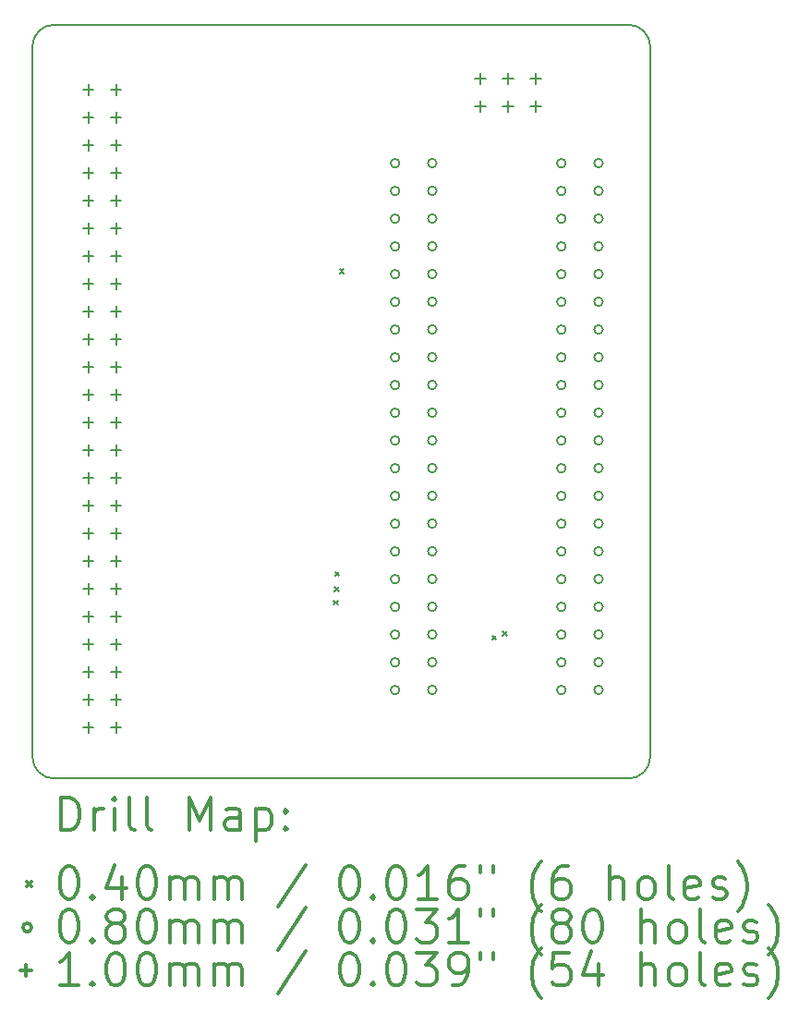
<source format=gbr>
%FSLAX45Y45*%
G04 Gerber Fmt 4.5, Leading zero omitted, Abs format (unit mm)*
G04 Created by KiCad (PCBNEW 4.0.7) date 07/31/18 13:50:23*
%MOMM*%
%LPD*%
G01*
G04 APERTURE LIST*
%ADD10C,0.127000*%
%ADD11C,0.150000*%
%ADD12C,0.200000*%
%ADD13C,0.300000*%
G04 APERTURE END LIST*
D10*
D11*
X4632000Y-13455000D02*
G75*
G03X4832000Y-13655000I200000J0D01*
G01*
X10095000Y-13655000D02*
G75*
G03X10295000Y-13455000I0J200000D01*
G01*
X10295000Y-6948000D02*
G75*
G03X10095000Y-6748000I-200000J0D01*
G01*
X4832000Y-6748000D02*
G75*
G03X4632000Y-6948000I0J-200000D01*
G01*
X4632000Y-13455000D02*
X4632000Y-6948000D01*
X10095000Y-13655000D02*
X4832000Y-13655000D01*
X10295000Y-6948000D02*
X10295000Y-13455000D01*
X4832000Y-6748000D02*
X10095000Y-6748000D01*
D12*
X7393000Y-12022000D02*
X7433000Y-12062000D01*
X7433000Y-12022000D02*
X7393000Y-12062000D01*
X7399000Y-11898000D02*
X7439000Y-11938000D01*
X7439000Y-11898000D02*
X7399000Y-11938000D01*
X7405000Y-11760000D02*
X7445000Y-11800000D01*
X7445000Y-11760000D02*
X7405000Y-11800000D01*
X7448000Y-8987000D02*
X7488000Y-9027000D01*
X7488000Y-8987000D02*
X7448000Y-9027000D01*
X8844000Y-12345000D02*
X8884000Y-12385000D01*
X8884000Y-12345000D02*
X8844000Y-12385000D01*
X8943000Y-12308000D02*
X8983000Y-12348000D01*
X8983000Y-12308000D02*
X8943000Y-12348000D01*
X7996000Y-8017000D02*
G75*
G03X7996000Y-8017000I-40000J0D01*
G01*
X7996000Y-8271000D02*
G75*
G03X7996000Y-8271000I-40000J0D01*
G01*
X7996000Y-8525000D02*
G75*
G03X7996000Y-8525000I-40000J0D01*
G01*
X7996000Y-8779000D02*
G75*
G03X7996000Y-8779000I-40000J0D01*
G01*
X7996000Y-9033000D02*
G75*
G03X7996000Y-9033000I-40000J0D01*
G01*
X7996000Y-9287000D02*
G75*
G03X7996000Y-9287000I-40000J0D01*
G01*
X7996000Y-9541000D02*
G75*
G03X7996000Y-9541000I-40000J0D01*
G01*
X7996000Y-9795000D02*
G75*
G03X7996000Y-9795000I-40000J0D01*
G01*
X7996000Y-10049000D02*
G75*
G03X7996000Y-10049000I-40000J0D01*
G01*
X7996000Y-10303000D02*
G75*
G03X7996000Y-10303000I-40000J0D01*
G01*
X7996000Y-10557000D02*
G75*
G03X7996000Y-10557000I-40000J0D01*
G01*
X7996000Y-10811000D02*
G75*
G03X7996000Y-10811000I-40000J0D01*
G01*
X7996000Y-11065000D02*
G75*
G03X7996000Y-11065000I-40000J0D01*
G01*
X7996000Y-11319000D02*
G75*
G03X7996000Y-11319000I-40000J0D01*
G01*
X7996000Y-11573000D02*
G75*
G03X7996000Y-11573000I-40000J0D01*
G01*
X7996000Y-11827000D02*
G75*
G03X7996000Y-11827000I-40000J0D01*
G01*
X7996000Y-12081000D02*
G75*
G03X7996000Y-12081000I-40000J0D01*
G01*
X7996000Y-12335000D02*
G75*
G03X7996000Y-12335000I-40000J0D01*
G01*
X7996000Y-12589000D02*
G75*
G03X7996000Y-12589000I-40000J0D01*
G01*
X7996000Y-12843000D02*
G75*
G03X7996000Y-12843000I-40000J0D01*
G01*
X8337000Y-8017000D02*
G75*
G03X8337000Y-8017000I-40000J0D01*
G01*
X8337000Y-8271000D02*
G75*
G03X8337000Y-8271000I-40000J0D01*
G01*
X8337000Y-8525000D02*
G75*
G03X8337000Y-8525000I-40000J0D01*
G01*
X8337000Y-8779000D02*
G75*
G03X8337000Y-8779000I-40000J0D01*
G01*
X8337000Y-9033000D02*
G75*
G03X8337000Y-9033000I-40000J0D01*
G01*
X8337000Y-9287000D02*
G75*
G03X8337000Y-9287000I-40000J0D01*
G01*
X8337000Y-9541000D02*
G75*
G03X8337000Y-9541000I-40000J0D01*
G01*
X8337000Y-9795000D02*
G75*
G03X8337000Y-9795000I-40000J0D01*
G01*
X8337000Y-10049000D02*
G75*
G03X8337000Y-10049000I-40000J0D01*
G01*
X8337000Y-10303000D02*
G75*
G03X8337000Y-10303000I-40000J0D01*
G01*
X8337000Y-10557000D02*
G75*
G03X8337000Y-10557000I-40000J0D01*
G01*
X8337000Y-10811000D02*
G75*
G03X8337000Y-10811000I-40000J0D01*
G01*
X8337000Y-11065000D02*
G75*
G03X8337000Y-11065000I-40000J0D01*
G01*
X8337000Y-11319000D02*
G75*
G03X8337000Y-11319000I-40000J0D01*
G01*
X8337000Y-11573000D02*
G75*
G03X8337000Y-11573000I-40000J0D01*
G01*
X8337000Y-11827000D02*
G75*
G03X8337000Y-11827000I-40000J0D01*
G01*
X8337000Y-12081000D02*
G75*
G03X8337000Y-12081000I-40000J0D01*
G01*
X8337000Y-12335000D02*
G75*
G03X8337000Y-12335000I-40000J0D01*
G01*
X8337000Y-12589000D02*
G75*
G03X8337000Y-12589000I-40000J0D01*
G01*
X8337000Y-12843000D02*
G75*
G03X8337000Y-12843000I-40000J0D01*
G01*
X9520000Y-8017000D02*
G75*
G03X9520000Y-8017000I-40000J0D01*
G01*
X9520000Y-8271000D02*
G75*
G03X9520000Y-8271000I-40000J0D01*
G01*
X9520000Y-8525000D02*
G75*
G03X9520000Y-8525000I-40000J0D01*
G01*
X9520000Y-8779000D02*
G75*
G03X9520000Y-8779000I-40000J0D01*
G01*
X9520000Y-9033000D02*
G75*
G03X9520000Y-9033000I-40000J0D01*
G01*
X9520000Y-9287000D02*
G75*
G03X9520000Y-9287000I-40000J0D01*
G01*
X9520000Y-9541000D02*
G75*
G03X9520000Y-9541000I-40000J0D01*
G01*
X9520000Y-9795000D02*
G75*
G03X9520000Y-9795000I-40000J0D01*
G01*
X9520000Y-10049000D02*
G75*
G03X9520000Y-10049000I-40000J0D01*
G01*
X9520000Y-10303000D02*
G75*
G03X9520000Y-10303000I-40000J0D01*
G01*
X9520000Y-10557000D02*
G75*
G03X9520000Y-10557000I-40000J0D01*
G01*
X9520000Y-10811000D02*
G75*
G03X9520000Y-10811000I-40000J0D01*
G01*
X9520000Y-11065000D02*
G75*
G03X9520000Y-11065000I-40000J0D01*
G01*
X9520000Y-11319000D02*
G75*
G03X9520000Y-11319000I-40000J0D01*
G01*
X9520000Y-11573000D02*
G75*
G03X9520000Y-11573000I-40000J0D01*
G01*
X9520000Y-11827000D02*
G75*
G03X9520000Y-11827000I-40000J0D01*
G01*
X9520000Y-12081000D02*
G75*
G03X9520000Y-12081000I-40000J0D01*
G01*
X9520000Y-12335000D02*
G75*
G03X9520000Y-12335000I-40000J0D01*
G01*
X9520000Y-12589000D02*
G75*
G03X9520000Y-12589000I-40000J0D01*
G01*
X9520000Y-12843000D02*
G75*
G03X9520000Y-12843000I-40000J0D01*
G01*
X9861000Y-8017000D02*
G75*
G03X9861000Y-8017000I-40000J0D01*
G01*
X9861000Y-8271000D02*
G75*
G03X9861000Y-8271000I-40000J0D01*
G01*
X9861000Y-8525000D02*
G75*
G03X9861000Y-8525000I-40000J0D01*
G01*
X9861000Y-8779000D02*
G75*
G03X9861000Y-8779000I-40000J0D01*
G01*
X9861000Y-9033000D02*
G75*
G03X9861000Y-9033000I-40000J0D01*
G01*
X9861000Y-9287000D02*
G75*
G03X9861000Y-9287000I-40000J0D01*
G01*
X9861000Y-9541000D02*
G75*
G03X9861000Y-9541000I-40000J0D01*
G01*
X9861000Y-9795000D02*
G75*
G03X9861000Y-9795000I-40000J0D01*
G01*
X9861000Y-10049000D02*
G75*
G03X9861000Y-10049000I-40000J0D01*
G01*
X9861000Y-10303000D02*
G75*
G03X9861000Y-10303000I-40000J0D01*
G01*
X9861000Y-10557000D02*
G75*
G03X9861000Y-10557000I-40000J0D01*
G01*
X9861000Y-10811000D02*
G75*
G03X9861000Y-10811000I-40000J0D01*
G01*
X9861000Y-11065000D02*
G75*
G03X9861000Y-11065000I-40000J0D01*
G01*
X9861000Y-11319000D02*
G75*
G03X9861000Y-11319000I-40000J0D01*
G01*
X9861000Y-11573000D02*
G75*
G03X9861000Y-11573000I-40000J0D01*
G01*
X9861000Y-11827000D02*
G75*
G03X9861000Y-11827000I-40000J0D01*
G01*
X9861000Y-12081000D02*
G75*
G03X9861000Y-12081000I-40000J0D01*
G01*
X9861000Y-12335000D02*
G75*
G03X9861000Y-12335000I-40000J0D01*
G01*
X9861000Y-12589000D02*
G75*
G03X9861000Y-12589000I-40000J0D01*
G01*
X9861000Y-12843000D02*
G75*
G03X9861000Y-12843000I-40000J0D01*
G01*
X5144000Y-7291000D02*
X5144000Y-7391000D01*
X5094000Y-7341000D02*
X5194000Y-7341000D01*
X5144000Y-7545000D02*
X5144000Y-7645000D01*
X5094000Y-7595000D02*
X5194000Y-7595000D01*
X5144000Y-7799000D02*
X5144000Y-7899000D01*
X5094000Y-7849000D02*
X5194000Y-7849000D01*
X5144000Y-8053000D02*
X5144000Y-8153000D01*
X5094000Y-8103000D02*
X5194000Y-8103000D01*
X5144000Y-8307000D02*
X5144000Y-8407000D01*
X5094000Y-8357000D02*
X5194000Y-8357000D01*
X5144000Y-8561000D02*
X5144000Y-8661000D01*
X5094000Y-8611000D02*
X5194000Y-8611000D01*
X5144000Y-8815000D02*
X5144000Y-8915000D01*
X5094000Y-8865000D02*
X5194000Y-8865000D01*
X5144000Y-9069000D02*
X5144000Y-9169000D01*
X5094000Y-9119000D02*
X5194000Y-9119000D01*
X5144000Y-9323000D02*
X5144000Y-9423000D01*
X5094000Y-9373000D02*
X5194000Y-9373000D01*
X5144000Y-9577000D02*
X5144000Y-9677000D01*
X5094000Y-9627000D02*
X5194000Y-9627000D01*
X5144000Y-9831000D02*
X5144000Y-9931000D01*
X5094000Y-9881000D02*
X5194000Y-9881000D01*
X5144000Y-10085000D02*
X5144000Y-10185000D01*
X5094000Y-10135000D02*
X5194000Y-10135000D01*
X5144000Y-10339000D02*
X5144000Y-10439000D01*
X5094000Y-10389000D02*
X5194000Y-10389000D01*
X5144000Y-10593000D02*
X5144000Y-10693000D01*
X5094000Y-10643000D02*
X5194000Y-10643000D01*
X5144000Y-10847000D02*
X5144000Y-10947000D01*
X5094000Y-10897000D02*
X5194000Y-10897000D01*
X5144000Y-11101000D02*
X5144000Y-11201000D01*
X5094000Y-11151000D02*
X5194000Y-11151000D01*
X5144000Y-11355000D02*
X5144000Y-11455000D01*
X5094000Y-11405000D02*
X5194000Y-11405000D01*
X5144000Y-11609000D02*
X5144000Y-11709000D01*
X5094000Y-11659000D02*
X5194000Y-11659000D01*
X5144000Y-11863000D02*
X5144000Y-11963000D01*
X5094000Y-11913000D02*
X5194000Y-11913000D01*
X5144000Y-12117000D02*
X5144000Y-12217000D01*
X5094000Y-12167000D02*
X5194000Y-12167000D01*
X5144000Y-12371000D02*
X5144000Y-12471000D01*
X5094000Y-12421000D02*
X5194000Y-12421000D01*
X5144000Y-12625000D02*
X5144000Y-12725000D01*
X5094000Y-12675000D02*
X5194000Y-12675000D01*
X5144000Y-12879000D02*
X5144000Y-12979000D01*
X5094000Y-12929000D02*
X5194000Y-12929000D01*
X5144000Y-13133000D02*
X5144000Y-13233000D01*
X5094000Y-13183000D02*
X5194000Y-13183000D01*
X5398000Y-7291000D02*
X5398000Y-7391000D01*
X5348000Y-7341000D02*
X5448000Y-7341000D01*
X5398000Y-7545000D02*
X5398000Y-7645000D01*
X5348000Y-7595000D02*
X5448000Y-7595000D01*
X5398000Y-7799000D02*
X5398000Y-7899000D01*
X5348000Y-7849000D02*
X5448000Y-7849000D01*
X5398000Y-8053000D02*
X5398000Y-8153000D01*
X5348000Y-8103000D02*
X5448000Y-8103000D01*
X5398000Y-8307000D02*
X5398000Y-8407000D01*
X5348000Y-8357000D02*
X5448000Y-8357000D01*
X5398000Y-8561000D02*
X5398000Y-8661000D01*
X5348000Y-8611000D02*
X5448000Y-8611000D01*
X5398000Y-8815000D02*
X5398000Y-8915000D01*
X5348000Y-8865000D02*
X5448000Y-8865000D01*
X5398000Y-9069000D02*
X5398000Y-9169000D01*
X5348000Y-9119000D02*
X5448000Y-9119000D01*
X5398000Y-9323000D02*
X5398000Y-9423000D01*
X5348000Y-9373000D02*
X5448000Y-9373000D01*
X5398000Y-9577000D02*
X5398000Y-9677000D01*
X5348000Y-9627000D02*
X5448000Y-9627000D01*
X5398000Y-9831000D02*
X5398000Y-9931000D01*
X5348000Y-9881000D02*
X5448000Y-9881000D01*
X5398000Y-10085000D02*
X5398000Y-10185000D01*
X5348000Y-10135000D02*
X5448000Y-10135000D01*
X5398000Y-10339000D02*
X5398000Y-10439000D01*
X5348000Y-10389000D02*
X5448000Y-10389000D01*
X5398000Y-10593000D02*
X5398000Y-10693000D01*
X5348000Y-10643000D02*
X5448000Y-10643000D01*
X5398000Y-10847000D02*
X5398000Y-10947000D01*
X5348000Y-10897000D02*
X5448000Y-10897000D01*
X5398000Y-11101000D02*
X5398000Y-11201000D01*
X5348000Y-11151000D02*
X5448000Y-11151000D01*
X5398000Y-11355000D02*
X5398000Y-11455000D01*
X5348000Y-11405000D02*
X5448000Y-11405000D01*
X5398000Y-11609000D02*
X5398000Y-11709000D01*
X5348000Y-11659000D02*
X5448000Y-11659000D01*
X5398000Y-11863000D02*
X5398000Y-11963000D01*
X5348000Y-11913000D02*
X5448000Y-11913000D01*
X5398000Y-12117000D02*
X5398000Y-12217000D01*
X5348000Y-12167000D02*
X5448000Y-12167000D01*
X5398000Y-12371000D02*
X5398000Y-12471000D01*
X5348000Y-12421000D02*
X5448000Y-12421000D01*
X5398000Y-12625000D02*
X5398000Y-12725000D01*
X5348000Y-12675000D02*
X5448000Y-12675000D01*
X5398000Y-12879000D02*
X5398000Y-12979000D01*
X5348000Y-12929000D02*
X5448000Y-12929000D01*
X5398000Y-13133000D02*
X5398000Y-13233000D01*
X5348000Y-13183000D02*
X5448000Y-13183000D01*
X8737000Y-7190000D02*
X8737000Y-7290000D01*
X8687000Y-7240000D02*
X8787000Y-7240000D01*
X8737000Y-7444000D02*
X8737000Y-7544000D01*
X8687000Y-7494000D02*
X8787000Y-7494000D01*
X8991000Y-7190000D02*
X8991000Y-7290000D01*
X8941000Y-7240000D02*
X9041000Y-7240000D01*
X8991000Y-7444000D02*
X8991000Y-7544000D01*
X8941000Y-7494000D02*
X9041000Y-7494000D01*
X9245000Y-7190000D02*
X9245000Y-7290000D01*
X9195000Y-7240000D02*
X9295000Y-7240000D01*
X9245000Y-7444000D02*
X9245000Y-7544000D01*
X9195000Y-7494000D02*
X9295000Y-7494000D01*
D13*
X4895929Y-14128214D02*
X4895929Y-13828214D01*
X4967357Y-13828214D01*
X5010214Y-13842500D01*
X5038786Y-13871071D01*
X5053071Y-13899643D01*
X5067357Y-13956786D01*
X5067357Y-13999643D01*
X5053071Y-14056786D01*
X5038786Y-14085357D01*
X5010214Y-14113929D01*
X4967357Y-14128214D01*
X4895929Y-14128214D01*
X5195929Y-14128214D02*
X5195929Y-13928214D01*
X5195929Y-13985357D02*
X5210214Y-13956786D01*
X5224500Y-13942500D01*
X5253071Y-13928214D01*
X5281643Y-13928214D01*
X5381643Y-14128214D02*
X5381643Y-13928214D01*
X5381643Y-13828214D02*
X5367357Y-13842500D01*
X5381643Y-13856786D01*
X5395929Y-13842500D01*
X5381643Y-13828214D01*
X5381643Y-13856786D01*
X5567357Y-14128214D02*
X5538786Y-14113929D01*
X5524500Y-14085357D01*
X5524500Y-13828214D01*
X5724500Y-14128214D02*
X5695928Y-14113929D01*
X5681643Y-14085357D01*
X5681643Y-13828214D01*
X6067357Y-14128214D02*
X6067357Y-13828214D01*
X6167357Y-14042500D01*
X6267357Y-13828214D01*
X6267357Y-14128214D01*
X6538786Y-14128214D02*
X6538786Y-13971071D01*
X6524500Y-13942500D01*
X6495928Y-13928214D01*
X6438786Y-13928214D01*
X6410214Y-13942500D01*
X6538786Y-14113929D02*
X6510214Y-14128214D01*
X6438786Y-14128214D01*
X6410214Y-14113929D01*
X6395928Y-14085357D01*
X6395928Y-14056786D01*
X6410214Y-14028214D01*
X6438786Y-14013929D01*
X6510214Y-14013929D01*
X6538786Y-13999643D01*
X6681643Y-13928214D02*
X6681643Y-14228214D01*
X6681643Y-13942500D02*
X6710214Y-13928214D01*
X6767357Y-13928214D01*
X6795928Y-13942500D01*
X6810214Y-13956786D01*
X6824500Y-13985357D01*
X6824500Y-14071071D01*
X6810214Y-14099643D01*
X6795928Y-14113929D01*
X6767357Y-14128214D01*
X6710214Y-14128214D01*
X6681643Y-14113929D01*
X6953071Y-14099643D02*
X6967357Y-14113929D01*
X6953071Y-14128214D01*
X6938786Y-14113929D01*
X6953071Y-14099643D01*
X6953071Y-14128214D01*
X6953071Y-13942500D02*
X6967357Y-13956786D01*
X6953071Y-13971071D01*
X6938786Y-13956786D01*
X6953071Y-13942500D01*
X6953071Y-13971071D01*
X4584500Y-14602500D02*
X4624500Y-14642500D01*
X4624500Y-14602500D02*
X4584500Y-14642500D01*
X4953071Y-14458214D02*
X4981643Y-14458214D01*
X5010214Y-14472500D01*
X5024500Y-14486786D01*
X5038786Y-14515357D01*
X5053071Y-14572500D01*
X5053071Y-14643929D01*
X5038786Y-14701071D01*
X5024500Y-14729643D01*
X5010214Y-14743929D01*
X4981643Y-14758214D01*
X4953071Y-14758214D01*
X4924500Y-14743929D01*
X4910214Y-14729643D01*
X4895929Y-14701071D01*
X4881643Y-14643929D01*
X4881643Y-14572500D01*
X4895929Y-14515357D01*
X4910214Y-14486786D01*
X4924500Y-14472500D01*
X4953071Y-14458214D01*
X5181643Y-14729643D02*
X5195929Y-14743929D01*
X5181643Y-14758214D01*
X5167357Y-14743929D01*
X5181643Y-14729643D01*
X5181643Y-14758214D01*
X5453071Y-14558214D02*
X5453071Y-14758214D01*
X5381643Y-14443929D02*
X5310214Y-14658214D01*
X5495928Y-14658214D01*
X5667357Y-14458214D02*
X5695928Y-14458214D01*
X5724500Y-14472500D01*
X5738786Y-14486786D01*
X5753071Y-14515357D01*
X5767357Y-14572500D01*
X5767357Y-14643929D01*
X5753071Y-14701071D01*
X5738786Y-14729643D01*
X5724500Y-14743929D01*
X5695928Y-14758214D01*
X5667357Y-14758214D01*
X5638786Y-14743929D01*
X5624500Y-14729643D01*
X5610214Y-14701071D01*
X5595928Y-14643929D01*
X5595928Y-14572500D01*
X5610214Y-14515357D01*
X5624500Y-14486786D01*
X5638786Y-14472500D01*
X5667357Y-14458214D01*
X5895928Y-14758214D02*
X5895928Y-14558214D01*
X5895928Y-14586786D02*
X5910214Y-14572500D01*
X5938786Y-14558214D01*
X5981643Y-14558214D01*
X6010214Y-14572500D01*
X6024500Y-14601071D01*
X6024500Y-14758214D01*
X6024500Y-14601071D02*
X6038786Y-14572500D01*
X6067357Y-14558214D01*
X6110214Y-14558214D01*
X6138786Y-14572500D01*
X6153071Y-14601071D01*
X6153071Y-14758214D01*
X6295928Y-14758214D02*
X6295928Y-14558214D01*
X6295928Y-14586786D02*
X6310214Y-14572500D01*
X6338786Y-14558214D01*
X6381643Y-14558214D01*
X6410214Y-14572500D01*
X6424500Y-14601071D01*
X6424500Y-14758214D01*
X6424500Y-14601071D02*
X6438786Y-14572500D01*
X6467357Y-14558214D01*
X6510214Y-14558214D01*
X6538786Y-14572500D01*
X6553071Y-14601071D01*
X6553071Y-14758214D01*
X7138786Y-14443929D02*
X6881643Y-14829643D01*
X7524500Y-14458214D02*
X7553071Y-14458214D01*
X7581643Y-14472500D01*
X7595928Y-14486786D01*
X7610214Y-14515357D01*
X7624500Y-14572500D01*
X7624500Y-14643929D01*
X7610214Y-14701071D01*
X7595928Y-14729643D01*
X7581643Y-14743929D01*
X7553071Y-14758214D01*
X7524500Y-14758214D01*
X7495928Y-14743929D01*
X7481643Y-14729643D01*
X7467357Y-14701071D01*
X7453071Y-14643929D01*
X7453071Y-14572500D01*
X7467357Y-14515357D01*
X7481643Y-14486786D01*
X7495928Y-14472500D01*
X7524500Y-14458214D01*
X7753071Y-14729643D02*
X7767357Y-14743929D01*
X7753071Y-14758214D01*
X7738786Y-14743929D01*
X7753071Y-14729643D01*
X7753071Y-14758214D01*
X7953071Y-14458214D02*
X7981643Y-14458214D01*
X8010214Y-14472500D01*
X8024500Y-14486786D01*
X8038785Y-14515357D01*
X8053071Y-14572500D01*
X8053071Y-14643929D01*
X8038785Y-14701071D01*
X8024500Y-14729643D01*
X8010214Y-14743929D01*
X7981643Y-14758214D01*
X7953071Y-14758214D01*
X7924500Y-14743929D01*
X7910214Y-14729643D01*
X7895928Y-14701071D01*
X7881643Y-14643929D01*
X7881643Y-14572500D01*
X7895928Y-14515357D01*
X7910214Y-14486786D01*
X7924500Y-14472500D01*
X7953071Y-14458214D01*
X8338785Y-14758214D02*
X8167357Y-14758214D01*
X8253071Y-14758214D02*
X8253071Y-14458214D01*
X8224500Y-14501071D01*
X8195928Y-14529643D01*
X8167357Y-14543929D01*
X8595928Y-14458214D02*
X8538786Y-14458214D01*
X8510214Y-14472500D01*
X8495928Y-14486786D01*
X8467357Y-14529643D01*
X8453071Y-14586786D01*
X8453071Y-14701071D01*
X8467357Y-14729643D01*
X8481643Y-14743929D01*
X8510214Y-14758214D01*
X8567357Y-14758214D01*
X8595928Y-14743929D01*
X8610214Y-14729643D01*
X8624500Y-14701071D01*
X8624500Y-14629643D01*
X8610214Y-14601071D01*
X8595928Y-14586786D01*
X8567357Y-14572500D01*
X8510214Y-14572500D01*
X8481643Y-14586786D01*
X8467357Y-14601071D01*
X8453071Y-14629643D01*
X8738786Y-14458214D02*
X8738786Y-14515357D01*
X8853071Y-14458214D02*
X8853071Y-14515357D01*
X9295928Y-14872500D02*
X9281643Y-14858214D01*
X9253071Y-14815357D01*
X9238786Y-14786786D01*
X9224500Y-14743929D01*
X9210214Y-14672500D01*
X9210214Y-14615357D01*
X9224500Y-14543929D01*
X9238786Y-14501071D01*
X9253071Y-14472500D01*
X9281643Y-14429643D01*
X9295928Y-14415357D01*
X9538786Y-14458214D02*
X9481643Y-14458214D01*
X9453071Y-14472500D01*
X9438786Y-14486786D01*
X9410214Y-14529643D01*
X9395928Y-14586786D01*
X9395928Y-14701071D01*
X9410214Y-14729643D01*
X9424500Y-14743929D01*
X9453071Y-14758214D01*
X9510214Y-14758214D01*
X9538786Y-14743929D01*
X9553071Y-14729643D01*
X9567357Y-14701071D01*
X9567357Y-14629643D01*
X9553071Y-14601071D01*
X9538786Y-14586786D01*
X9510214Y-14572500D01*
X9453071Y-14572500D01*
X9424500Y-14586786D01*
X9410214Y-14601071D01*
X9395928Y-14629643D01*
X9924500Y-14758214D02*
X9924500Y-14458214D01*
X10053071Y-14758214D02*
X10053071Y-14601071D01*
X10038786Y-14572500D01*
X10010214Y-14558214D01*
X9967357Y-14558214D01*
X9938786Y-14572500D01*
X9924500Y-14586786D01*
X10238786Y-14758214D02*
X10210214Y-14743929D01*
X10195928Y-14729643D01*
X10181643Y-14701071D01*
X10181643Y-14615357D01*
X10195928Y-14586786D01*
X10210214Y-14572500D01*
X10238786Y-14558214D01*
X10281643Y-14558214D01*
X10310214Y-14572500D01*
X10324500Y-14586786D01*
X10338786Y-14615357D01*
X10338786Y-14701071D01*
X10324500Y-14729643D01*
X10310214Y-14743929D01*
X10281643Y-14758214D01*
X10238786Y-14758214D01*
X10510214Y-14758214D02*
X10481643Y-14743929D01*
X10467357Y-14715357D01*
X10467357Y-14458214D01*
X10738786Y-14743929D02*
X10710214Y-14758214D01*
X10653071Y-14758214D01*
X10624500Y-14743929D01*
X10610214Y-14715357D01*
X10610214Y-14601071D01*
X10624500Y-14572500D01*
X10653071Y-14558214D01*
X10710214Y-14558214D01*
X10738786Y-14572500D01*
X10753071Y-14601071D01*
X10753071Y-14629643D01*
X10610214Y-14658214D01*
X10867357Y-14743929D02*
X10895929Y-14758214D01*
X10953071Y-14758214D01*
X10981643Y-14743929D01*
X10995929Y-14715357D01*
X10995929Y-14701071D01*
X10981643Y-14672500D01*
X10953071Y-14658214D01*
X10910214Y-14658214D01*
X10881643Y-14643929D01*
X10867357Y-14615357D01*
X10867357Y-14601071D01*
X10881643Y-14572500D01*
X10910214Y-14558214D01*
X10953071Y-14558214D01*
X10981643Y-14572500D01*
X11095928Y-14872500D02*
X11110214Y-14858214D01*
X11138786Y-14815357D01*
X11153071Y-14786786D01*
X11167357Y-14743929D01*
X11181643Y-14672500D01*
X11181643Y-14615357D01*
X11167357Y-14543929D01*
X11153071Y-14501071D01*
X11138786Y-14472500D01*
X11110214Y-14429643D01*
X11095928Y-14415357D01*
X4624500Y-15018500D02*
G75*
G03X4624500Y-15018500I-40000J0D01*
G01*
X4953071Y-14854214D02*
X4981643Y-14854214D01*
X5010214Y-14868500D01*
X5024500Y-14882786D01*
X5038786Y-14911357D01*
X5053071Y-14968500D01*
X5053071Y-15039929D01*
X5038786Y-15097071D01*
X5024500Y-15125643D01*
X5010214Y-15139929D01*
X4981643Y-15154214D01*
X4953071Y-15154214D01*
X4924500Y-15139929D01*
X4910214Y-15125643D01*
X4895929Y-15097071D01*
X4881643Y-15039929D01*
X4881643Y-14968500D01*
X4895929Y-14911357D01*
X4910214Y-14882786D01*
X4924500Y-14868500D01*
X4953071Y-14854214D01*
X5181643Y-15125643D02*
X5195929Y-15139929D01*
X5181643Y-15154214D01*
X5167357Y-15139929D01*
X5181643Y-15125643D01*
X5181643Y-15154214D01*
X5367357Y-14982786D02*
X5338786Y-14968500D01*
X5324500Y-14954214D01*
X5310214Y-14925643D01*
X5310214Y-14911357D01*
X5324500Y-14882786D01*
X5338786Y-14868500D01*
X5367357Y-14854214D01*
X5424500Y-14854214D01*
X5453071Y-14868500D01*
X5467357Y-14882786D01*
X5481643Y-14911357D01*
X5481643Y-14925643D01*
X5467357Y-14954214D01*
X5453071Y-14968500D01*
X5424500Y-14982786D01*
X5367357Y-14982786D01*
X5338786Y-14997071D01*
X5324500Y-15011357D01*
X5310214Y-15039929D01*
X5310214Y-15097071D01*
X5324500Y-15125643D01*
X5338786Y-15139929D01*
X5367357Y-15154214D01*
X5424500Y-15154214D01*
X5453071Y-15139929D01*
X5467357Y-15125643D01*
X5481643Y-15097071D01*
X5481643Y-15039929D01*
X5467357Y-15011357D01*
X5453071Y-14997071D01*
X5424500Y-14982786D01*
X5667357Y-14854214D02*
X5695928Y-14854214D01*
X5724500Y-14868500D01*
X5738786Y-14882786D01*
X5753071Y-14911357D01*
X5767357Y-14968500D01*
X5767357Y-15039929D01*
X5753071Y-15097071D01*
X5738786Y-15125643D01*
X5724500Y-15139929D01*
X5695928Y-15154214D01*
X5667357Y-15154214D01*
X5638786Y-15139929D01*
X5624500Y-15125643D01*
X5610214Y-15097071D01*
X5595928Y-15039929D01*
X5595928Y-14968500D01*
X5610214Y-14911357D01*
X5624500Y-14882786D01*
X5638786Y-14868500D01*
X5667357Y-14854214D01*
X5895928Y-15154214D02*
X5895928Y-14954214D01*
X5895928Y-14982786D02*
X5910214Y-14968500D01*
X5938786Y-14954214D01*
X5981643Y-14954214D01*
X6010214Y-14968500D01*
X6024500Y-14997071D01*
X6024500Y-15154214D01*
X6024500Y-14997071D02*
X6038786Y-14968500D01*
X6067357Y-14954214D01*
X6110214Y-14954214D01*
X6138786Y-14968500D01*
X6153071Y-14997071D01*
X6153071Y-15154214D01*
X6295928Y-15154214D02*
X6295928Y-14954214D01*
X6295928Y-14982786D02*
X6310214Y-14968500D01*
X6338786Y-14954214D01*
X6381643Y-14954214D01*
X6410214Y-14968500D01*
X6424500Y-14997071D01*
X6424500Y-15154214D01*
X6424500Y-14997071D02*
X6438786Y-14968500D01*
X6467357Y-14954214D01*
X6510214Y-14954214D01*
X6538786Y-14968500D01*
X6553071Y-14997071D01*
X6553071Y-15154214D01*
X7138786Y-14839929D02*
X6881643Y-15225643D01*
X7524500Y-14854214D02*
X7553071Y-14854214D01*
X7581643Y-14868500D01*
X7595928Y-14882786D01*
X7610214Y-14911357D01*
X7624500Y-14968500D01*
X7624500Y-15039929D01*
X7610214Y-15097071D01*
X7595928Y-15125643D01*
X7581643Y-15139929D01*
X7553071Y-15154214D01*
X7524500Y-15154214D01*
X7495928Y-15139929D01*
X7481643Y-15125643D01*
X7467357Y-15097071D01*
X7453071Y-15039929D01*
X7453071Y-14968500D01*
X7467357Y-14911357D01*
X7481643Y-14882786D01*
X7495928Y-14868500D01*
X7524500Y-14854214D01*
X7753071Y-15125643D02*
X7767357Y-15139929D01*
X7753071Y-15154214D01*
X7738786Y-15139929D01*
X7753071Y-15125643D01*
X7753071Y-15154214D01*
X7953071Y-14854214D02*
X7981643Y-14854214D01*
X8010214Y-14868500D01*
X8024500Y-14882786D01*
X8038785Y-14911357D01*
X8053071Y-14968500D01*
X8053071Y-15039929D01*
X8038785Y-15097071D01*
X8024500Y-15125643D01*
X8010214Y-15139929D01*
X7981643Y-15154214D01*
X7953071Y-15154214D01*
X7924500Y-15139929D01*
X7910214Y-15125643D01*
X7895928Y-15097071D01*
X7881643Y-15039929D01*
X7881643Y-14968500D01*
X7895928Y-14911357D01*
X7910214Y-14882786D01*
X7924500Y-14868500D01*
X7953071Y-14854214D01*
X8153071Y-14854214D02*
X8338785Y-14854214D01*
X8238785Y-14968500D01*
X8281643Y-14968500D01*
X8310214Y-14982786D01*
X8324500Y-14997071D01*
X8338785Y-15025643D01*
X8338785Y-15097071D01*
X8324500Y-15125643D01*
X8310214Y-15139929D01*
X8281643Y-15154214D01*
X8195928Y-15154214D01*
X8167357Y-15139929D01*
X8153071Y-15125643D01*
X8624500Y-15154214D02*
X8453071Y-15154214D01*
X8538786Y-15154214D02*
X8538786Y-14854214D01*
X8510214Y-14897071D01*
X8481643Y-14925643D01*
X8453071Y-14939929D01*
X8738786Y-14854214D02*
X8738786Y-14911357D01*
X8853071Y-14854214D02*
X8853071Y-14911357D01*
X9295928Y-15268500D02*
X9281643Y-15254214D01*
X9253071Y-15211357D01*
X9238786Y-15182786D01*
X9224500Y-15139929D01*
X9210214Y-15068500D01*
X9210214Y-15011357D01*
X9224500Y-14939929D01*
X9238786Y-14897071D01*
X9253071Y-14868500D01*
X9281643Y-14825643D01*
X9295928Y-14811357D01*
X9453071Y-14982786D02*
X9424500Y-14968500D01*
X9410214Y-14954214D01*
X9395928Y-14925643D01*
X9395928Y-14911357D01*
X9410214Y-14882786D01*
X9424500Y-14868500D01*
X9453071Y-14854214D01*
X9510214Y-14854214D01*
X9538786Y-14868500D01*
X9553071Y-14882786D01*
X9567357Y-14911357D01*
X9567357Y-14925643D01*
X9553071Y-14954214D01*
X9538786Y-14968500D01*
X9510214Y-14982786D01*
X9453071Y-14982786D01*
X9424500Y-14997071D01*
X9410214Y-15011357D01*
X9395928Y-15039929D01*
X9395928Y-15097071D01*
X9410214Y-15125643D01*
X9424500Y-15139929D01*
X9453071Y-15154214D01*
X9510214Y-15154214D01*
X9538786Y-15139929D01*
X9553071Y-15125643D01*
X9567357Y-15097071D01*
X9567357Y-15039929D01*
X9553071Y-15011357D01*
X9538786Y-14997071D01*
X9510214Y-14982786D01*
X9753071Y-14854214D02*
X9781643Y-14854214D01*
X9810214Y-14868500D01*
X9824500Y-14882786D01*
X9838786Y-14911357D01*
X9853071Y-14968500D01*
X9853071Y-15039929D01*
X9838786Y-15097071D01*
X9824500Y-15125643D01*
X9810214Y-15139929D01*
X9781643Y-15154214D01*
X9753071Y-15154214D01*
X9724500Y-15139929D01*
X9710214Y-15125643D01*
X9695928Y-15097071D01*
X9681643Y-15039929D01*
X9681643Y-14968500D01*
X9695928Y-14911357D01*
X9710214Y-14882786D01*
X9724500Y-14868500D01*
X9753071Y-14854214D01*
X10210214Y-15154214D02*
X10210214Y-14854214D01*
X10338786Y-15154214D02*
X10338786Y-14997071D01*
X10324500Y-14968500D01*
X10295928Y-14954214D01*
X10253071Y-14954214D01*
X10224500Y-14968500D01*
X10210214Y-14982786D01*
X10524500Y-15154214D02*
X10495928Y-15139929D01*
X10481643Y-15125643D01*
X10467357Y-15097071D01*
X10467357Y-15011357D01*
X10481643Y-14982786D01*
X10495928Y-14968500D01*
X10524500Y-14954214D01*
X10567357Y-14954214D01*
X10595928Y-14968500D01*
X10610214Y-14982786D01*
X10624500Y-15011357D01*
X10624500Y-15097071D01*
X10610214Y-15125643D01*
X10595928Y-15139929D01*
X10567357Y-15154214D01*
X10524500Y-15154214D01*
X10795928Y-15154214D02*
X10767357Y-15139929D01*
X10753071Y-15111357D01*
X10753071Y-14854214D01*
X11024500Y-15139929D02*
X10995929Y-15154214D01*
X10938786Y-15154214D01*
X10910214Y-15139929D01*
X10895929Y-15111357D01*
X10895929Y-14997071D01*
X10910214Y-14968500D01*
X10938786Y-14954214D01*
X10995929Y-14954214D01*
X11024500Y-14968500D01*
X11038786Y-14997071D01*
X11038786Y-15025643D01*
X10895929Y-15054214D01*
X11153071Y-15139929D02*
X11181643Y-15154214D01*
X11238786Y-15154214D01*
X11267357Y-15139929D01*
X11281643Y-15111357D01*
X11281643Y-15097071D01*
X11267357Y-15068500D01*
X11238786Y-15054214D01*
X11195928Y-15054214D01*
X11167357Y-15039929D01*
X11153071Y-15011357D01*
X11153071Y-14997071D01*
X11167357Y-14968500D01*
X11195928Y-14954214D01*
X11238786Y-14954214D01*
X11267357Y-14968500D01*
X11381643Y-15268500D02*
X11395928Y-15254214D01*
X11424500Y-15211357D01*
X11438786Y-15182786D01*
X11453071Y-15139929D01*
X11467357Y-15068500D01*
X11467357Y-15011357D01*
X11453071Y-14939929D01*
X11438786Y-14897071D01*
X11424500Y-14868500D01*
X11395928Y-14825643D01*
X11381643Y-14811357D01*
X4574500Y-15364500D02*
X4574500Y-15464500D01*
X4524500Y-15414500D02*
X4624500Y-15414500D01*
X5053071Y-15550214D02*
X4881643Y-15550214D01*
X4967357Y-15550214D02*
X4967357Y-15250214D01*
X4938786Y-15293071D01*
X4910214Y-15321643D01*
X4881643Y-15335929D01*
X5181643Y-15521643D02*
X5195929Y-15535929D01*
X5181643Y-15550214D01*
X5167357Y-15535929D01*
X5181643Y-15521643D01*
X5181643Y-15550214D01*
X5381643Y-15250214D02*
X5410214Y-15250214D01*
X5438786Y-15264500D01*
X5453071Y-15278786D01*
X5467357Y-15307357D01*
X5481643Y-15364500D01*
X5481643Y-15435929D01*
X5467357Y-15493071D01*
X5453071Y-15521643D01*
X5438786Y-15535929D01*
X5410214Y-15550214D01*
X5381643Y-15550214D01*
X5353071Y-15535929D01*
X5338786Y-15521643D01*
X5324500Y-15493071D01*
X5310214Y-15435929D01*
X5310214Y-15364500D01*
X5324500Y-15307357D01*
X5338786Y-15278786D01*
X5353071Y-15264500D01*
X5381643Y-15250214D01*
X5667357Y-15250214D02*
X5695928Y-15250214D01*
X5724500Y-15264500D01*
X5738786Y-15278786D01*
X5753071Y-15307357D01*
X5767357Y-15364500D01*
X5767357Y-15435929D01*
X5753071Y-15493071D01*
X5738786Y-15521643D01*
X5724500Y-15535929D01*
X5695928Y-15550214D01*
X5667357Y-15550214D01*
X5638786Y-15535929D01*
X5624500Y-15521643D01*
X5610214Y-15493071D01*
X5595928Y-15435929D01*
X5595928Y-15364500D01*
X5610214Y-15307357D01*
X5624500Y-15278786D01*
X5638786Y-15264500D01*
X5667357Y-15250214D01*
X5895928Y-15550214D02*
X5895928Y-15350214D01*
X5895928Y-15378786D02*
X5910214Y-15364500D01*
X5938786Y-15350214D01*
X5981643Y-15350214D01*
X6010214Y-15364500D01*
X6024500Y-15393071D01*
X6024500Y-15550214D01*
X6024500Y-15393071D02*
X6038786Y-15364500D01*
X6067357Y-15350214D01*
X6110214Y-15350214D01*
X6138786Y-15364500D01*
X6153071Y-15393071D01*
X6153071Y-15550214D01*
X6295928Y-15550214D02*
X6295928Y-15350214D01*
X6295928Y-15378786D02*
X6310214Y-15364500D01*
X6338786Y-15350214D01*
X6381643Y-15350214D01*
X6410214Y-15364500D01*
X6424500Y-15393071D01*
X6424500Y-15550214D01*
X6424500Y-15393071D02*
X6438786Y-15364500D01*
X6467357Y-15350214D01*
X6510214Y-15350214D01*
X6538786Y-15364500D01*
X6553071Y-15393071D01*
X6553071Y-15550214D01*
X7138786Y-15235929D02*
X6881643Y-15621643D01*
X7524500Y-15250214D02*
X7553071Y-15250214D01*
X7581643Y-15264500D01*
X7595928Y-15278786D01*
X7610214Y-15307357D01*
X7624500Y-15364500D01*
X7624500Y-15435929D01*
X7610214Y-15493071D01*
X7595928Y-15521643D01*
X7581643Y-15535929D01*
X7553071Y-15550214D01*
X7524500Y-15550214D01*
X7495928Y-15535929D01*
X7481643Y-15521643D01*
X7467357Y-15493071D01*
X7453071Y-15435929D01*
X7453071Y-15364500D01*
X7467357Y-15307357D01*
X7481643Y-15278786D01*
X7495928Y-15264500D01*
X7524500Y-15250214D01*
X7753071Y-15521643D02*
X7767357Y-15535929D01*
X7753071Y-15550214D01*
X7738786Y-15535929D01*
X7753071Y-15521643D01*
X7753071Y-15550214D01*
X7953071Y-15250214D02*
X7981643Y-15250214D01*
X8010214Y-15264500D01*
X8024500Y-15278786D01*
X8038785Y-15307357D01*
X8053071Y-15364500D01*
X8053071Y-15435929D01*
X8038785Y-15493071D01*
X8024500Y-15521643D01*
X8010214Y-15535929D01*
X7981643Y-15550214D01*
X7953071Y-15550214D01*
X7924500Y-15535929D01*
X7910214Y-15521643D01*
X7895928Y-15493071D01*
X7881643Y-15435929D01*
X7881643Y-15364500D01*
X7895928Y-15307357D01*
X7910214Y-15278786D01*
X7924500Y-15264500D01*
X7953071Y-15250214D01*
X8153071Y-15250214D02*
X8338785Y-15250214D01*
X8238785Y-15364500D01*
X8281643Y-15364500D01*
X8310214Y-15378786D01*
X8324500Y-15393071D01*
X8338785Y-15421643D01*
X8338785Y-15493071D01*
X8324500Y-15521643D01*
X8310214Y-15535929D01*
X8281643Y-15550214D01*
X8195928Y-15550214D01*
X8167357Y-15535929D01*
X8153071Y-15521643D01*
X8481643Y-15550214D02*
X8538786Y-15550214D01*
X8567357Y-15535929D01*
X8581643Y-15521643D01*
X8610214Y-15478786D01*
X8624500Y-15421643D01*
X8624500Y-15307357D01*
X8610214Y-15278786D01*
X8595928Y-15264500D01*
X8567357Y-15250214D01*
X8510214Y-15250214D01*
X8481643Y-15264500D01*
X8467357Y-15278786D01*
X8453071Y-15307357D01*
X8453071Y-15378786D01*
X8467357Y-15407357D01*
X8481643Y-15421643D01*
X8510214Y-15435929D01*
X8567357Y-15435929D01*
X8595928Y-15421643D01*
X8610214Y-15407357D01*
X8624500Y-15378786D01*
X8738786Y-15250214D02*
X8738786Y-15307357D01*
X8853071Y-15250214D02*
X8853071Y-15307357D01*
X9295928Y-15664500D02*
X9281643Y-15650214D01*
X9253071Y-15607357D01*
X9238786Y-15578786D01*
X9224500Y-15535929D01*
X9210214Y-15464500D01*
X9210214Y-15407357D01*
X9224500Y-15335929D01*
X9238786Y-15293071D01*
X9253071Y-15264500D01*
X9281643Y-15221643D01*
X9295928Y-15207357D01*
X9553071Y-15250214D02*
X9410214Y-15250214D01*
X9395928Y-15393071D01*
X9410214Y-15378786D01*
X9438786Y-15364500D01*
X9510214Y-15364500D01*
X9538786Y-15378786D01*
X9553071Y-15393071D01*
X9567357Y-15421643D01*
X9567357Y-15493071D01*
X9553071Y-15521643D01*
X9538786Y-15535929D01*
X9510214Y-15550214D01*
X9438786Y-15550214D01*
X9410214Y-15535929D01*
X9395928Y-15521643D01*
X9824500Y-15350214D02*
X9824500Y-15550214D01*
X9753071Y-15235929D02*
X9681643Y-15450214D01*
X9867357Y-15450214D01*
X10210214Y-15550214D02*
X10210214Y-15250214D01*
X10338786Y-15550214D02*
X10338786Y-15393071D01*
X10324500Y-15364500D01*
X10295928Y-15350214D01*
X10253071Y-15350214D01*
X10224500Y-15364500D01*
X10210214Y-15378786D01*
X10524500Y-15550214D02*
X10495928Y-15535929D01*
X10481643Y-15521643D01*
X10467357Y-15493071D01*
X10467357Y-15407357D01*
X10481643Y-15378786D01*
X10495928Y-15364500D01*
X10524500Y-15350214D01*
X10567357Y-15350214D01*
X10595928Y-15364500D01*
X10610214Y-15378786D01*
X10624500Y-15407357D01*
X10624500Y-15493071D01*
X10610214Y-15521643D01*
X10595928Y-15535929D01*
X10567357Y-15550214D01*
X10524500Y-15550214D01*
X10795928Y-15550214D02*
X10767357Y-15535929D01*
X10753071Y-15507357D01*
X10753071Y-15250214D01*
X11024500Y-15535929D02*
X10995929Y-15550214D01*
X10938786Y-15550214D01*
X10910214Y-15535929D01*
X10895929Y-15507357D01*
X10895929Y-15393071D01*
X10910214Y-15364500D01*
X10938786Y-15350214D01*
X10995929Y-15350214D01*
X11024500Y-15364500D01*
X11038786Y-15393071D01*
X11038786Y-15421643D01*
X10895929Y-15450214D01*
X11153071Y-15535929D02*
X11181643Y-15550214D01*
X11238786Y-15550214D01*
X11267357Y-15535929D01*
X11281643Y-15507357D01*
X11281643Y-15493071D01*
X11267357Y-15464500D01*
X11238786Y-15450214D01*
X11195928Y-15450214D01*
X11167357Y-15435929D01*
X11153071Y-15407357D01*
X11153071Y-15393071D01*
X11167357Y-15364500D01*
X11195928Y-15350214D01*
X11238786Y-15350214D01*
X11267357Y-15364500D01*
X11381643Y-15664500D02*
X11395928Y-15650214D01*
X11424500Y-15607357D01*
X11438786Y-15578786D01*
X11453071Y-15535929D01*
X11467357Y-15464500D01*
X11467357Y-15407357D01*
X11453071Y-15335929D01*
X11438786Y-15293071D01*
X11424500Y-15264500D01*
X11395928Y-15221643D01*
X11381643Y-15207357D01*
M02*

</source>
